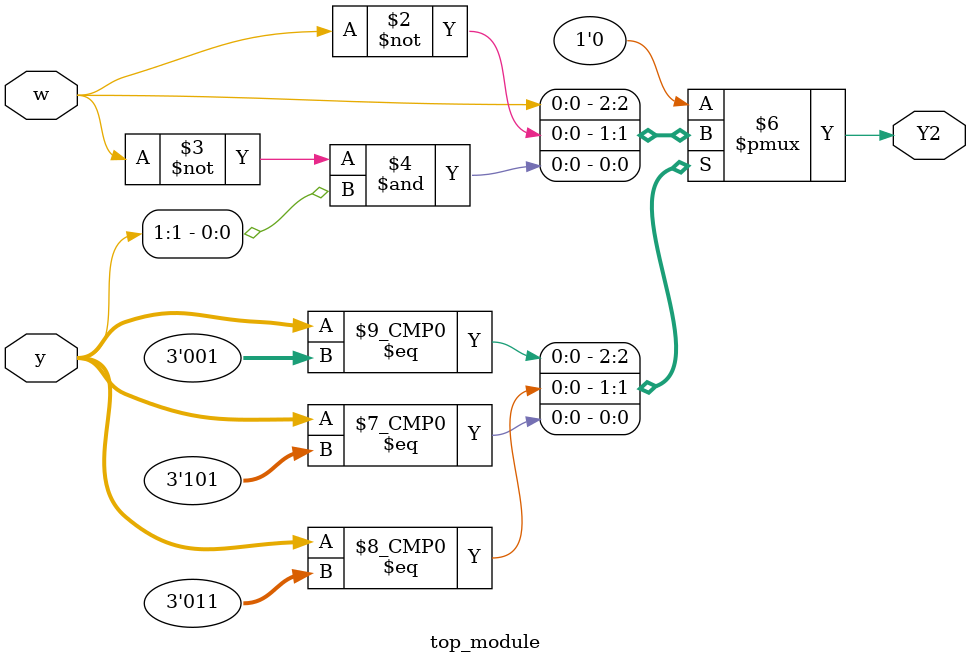
<source format=sv>
module top_module(
	input [3:1] y,
	input w,
	output reg Y2);

	always @(*) begin
		case (y)
			3'b000: Y2 = 0;           // A (000)
			3'b001: Y2 = w;           // B (001)
			3'b010: Y2 = 0;           // C (010)
			3'b011: Y2 = ~w;          // D (011)
			3'b100: Y2 = 0;           // E (100)
			3'b101: Y2 = ~w & y[1];   // F (101)
			default: Y2 = 0;          // Default case for safety
		endcase
	end
endmodule

</source>
